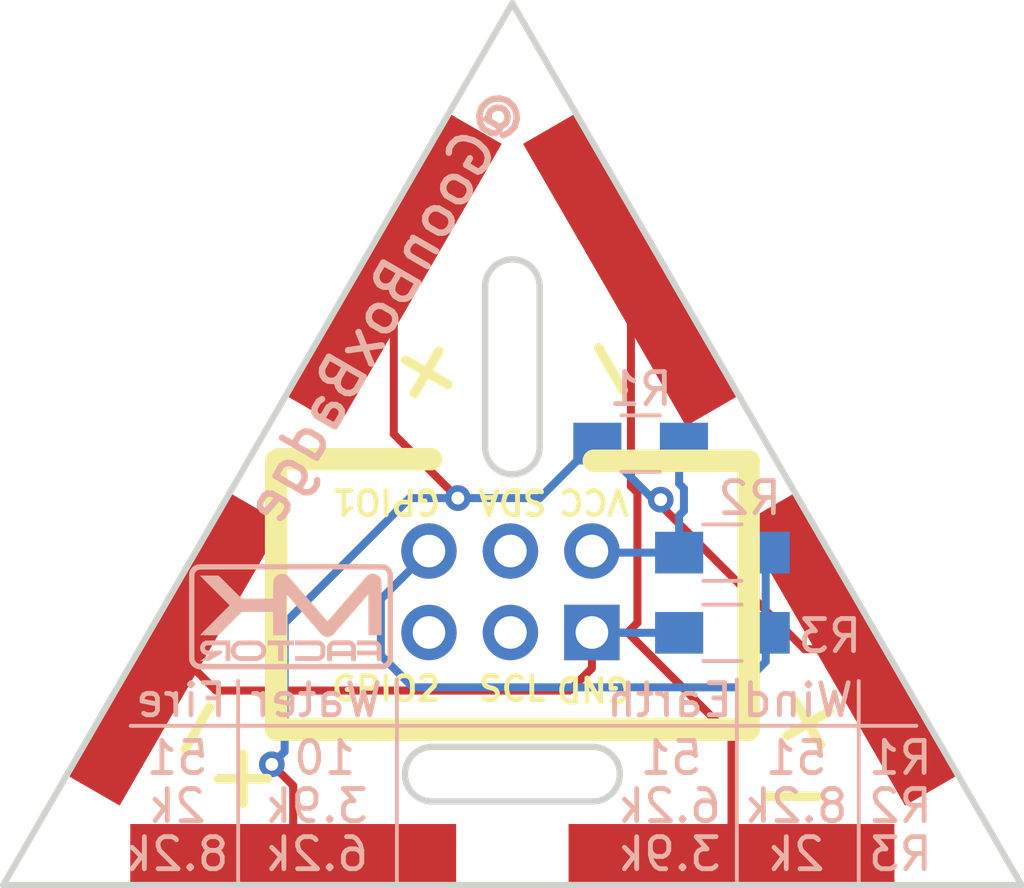
<source format=kicad_pcb>
(kicad_pcb (version 20171130) (host pcbnew "(5.1.2)-1")

  (general
    (thickness 1.6)
    (drawings 24)
    (tracks 50)
    (zones 0)
    (modules 9)
    (nets 8)
  )

  (page A4)
  (layers
    (0 F.Cu signal)
    (31 B.Cu signal)
    (32 B.Adhes user)
    (33 F.Adhes user)
    (34 B.Paste user hide)
    (35 F.Paste user hide)
    (36 B.SilkS user)
    (37 F.SilkS user)
    (38 B.Mask user hide)
    (39 F.Mask user hide)
    (40 Dwgs.User user)
    (41 Cmts.User user)
    (42 Eco1.User user)
    (43 Eco2.User user)
    (44 Edge.Cuts user)
    (45 Margin user)
    (46 B.CrtYd user)
    (47 F.CrtYd user)
    (48 B.Fab user)
    (49 F.Fab user)
  )

  (setup
    (last_trace_width 0.25)
    (trace_clearance 0.2)
    (zone_clearance 0.508)
    (zone_45_only no)
    (trace_min 0.2)
    (via_size 0.8)
    (via_drill 0.4)
    (via_min_size 0.4)
    (via_min_drill 0.3)
    (uvia_size 0.3)
    (uvia_drill 0.1)
    (uvias_allowed no)
    (uvia_min_size 0.2)
    (uvia_min_drill 0.1)
    (edge_width 0.05)
    (segment_width 0.2)
    (pcb_text_width 0.3)
    (pcb_text_size 1.5 1.5)
    (mod_edge_width 0.12)
    (mod_text_size 1 1)
    (mod_text_width 0.15)
    (pad_size 1.524 1.524)
    (pad_drill 0.762)
    (pad_to_mask_clearance 0.051)
    (solder_mask_min_width 0.25)
    (aux_axis_origin 0 0)
    (visible_elements 7FFFFFFF)
    (pcbplotparams
      (layerselection 0x010fc_ffffffff)
      (usegerberextensions true)
      (usegerberattributes false)
      (usegerberadvancedattributes false)
      (creategerberjobfile false)
      (excludeedgelayer true)
      (linewidth 0.100000)
      (plotframeref false)
      (viasonmask false)
      (mode 1)
      (useauxorigin false)
      (hpglpennumber 1)
      (hpglpenspeed 20)
      (hpglpendiameter 15.000000)
      (psnegative false)
      (psa4output false)
      (plotreference true)
      (plotvalue true)
      (plotinvisibletext false)
      (padsonsilk false)
      (subtractmaskfromsilk false)
      (outputformat 1)
      (mirror false)
      (drillshape 0)
      (scaleselection 1)
      (outputdirectory ""))
  )

  (net 0 "")
  (net 1 "Net-(BT1-Pad2)")
  (net 2 "Net-(BT1-Pad1)")
  (net 3 "Net-(X1-Pad4)")
  (net 4 "Net-(X1-Pad3)")
  (net 5 "Net-(X1-Pad6)")
  (net 6 "Net-(R1-Pad1)")
  (net 7 "Net-(R2-Pad2)")

  (net_class Default "This is the default net class."
    (clearance 0.2)
    (trace_width 0.25)
    (via_dia 0.8)
    (via_drill 0.4)
    (uvia_dia 0.3)
    (uvia_drill 0.1)
    (add_net "Net-(BT1-Pad1)")
    (add_net "Net-(BT1-Pad2)")
    (add_net "Net-(R1-Pad1)")
    (add_net "Net-(R2-Pad2)")
    (add_net "Net-(X1-Pad3)")
    (add_net "Net-(X1-Pad4)")
    (add_net "Net-(X1-Pad6)")
  )

  (module FifthElementB2BConnector:FifthElementSAOBottomOutline (layer F.Cu) (tedit 5CC3A9B0) (tstamp 5CC3ACD5)
    (at 0 0)
    (fp_text reference REF** (at 0 0.5) (layer F.SilkS) hide
      (effects (font (size 1 1) (thickness 0.15)))
    )
    (fp_text value FifthElementSAOBottomOutline (at 0 -0.5) (layer F.Fab)
      (effects (font (size 1 1) (thickness 0.15)))
    )
    (fp_arc (start -2.5 5.706436) (end -2.5 4.856436) (angle -180) (layer Edge.Cuts) (width 0.2))
    (fp_arc (start 2.5 5.706436) (end 2.5 6.556436) (angle -180) (layer Edge.Cuts) (width 0.2))
    (fp_arc (start 0 -4.493564) (end -0.85 -4.493564) (angle -180) (layer Edge.Cuts) (width 0.2))
    (fp_arc (start 0 -9.493564) (end 0.85 -9.493564) (angle -180) (layer Edge.Cuts) (width 0.2))
    (fp_line (start 2.5 6.556436) (end -2.5 6.556436) (layer Edge.Cuts) (width 0.2))
    (fp_line (start -2.5 4.856436) (end 2.5 4.856436) (layer Edge.Cuts) (width 0.2))
    (fp_line (start -0.85 -4.493564) (end -0.85 -9.493564) (layer Edge.Cuts) (width 0.2))
    (fp_line (start 0.85 -9.493564) (end 0.85 -4.493564) (layer Edge.Cuts) (width 0.2))
    (fp_line (start -15.875 9.165435) (end 0 -18.330871) (layer Edge.Cuts) (width 0.2))
    (fp_line (start 15.875 9.165435) (end -15.875 9.165435) (layer Edge.Cuts) (width 0.2))
    (fp_line (start 0 -18.330871) (end 15.875 9.165435) (layer Edge.Cuts) (width 0.2))
  )

  (module Resistors_SMD:R_0805_HandSoldering (layer B.Cu) (tedit 58E0A804) (tstamp 5CC3A5F5)
    (at 4 -4.6 180)
    (descr "Resistor SMD 0805, hand soldering")
    (tags "resistor 0805")
    (path /5CC481AC)
    (attr smd)
    (fp_text reference R1 (at 0 1.7 180) (layer B.SilkS)
      (effects (font (size 1 1) (thickness 0.15)) (justify mirror))
    )
    (fp_text value R_US (at 0 -1.75 180) (layer B.Fab)
      (effects (font (size 1 1) (thickness 0.15)) (justify mirror))
    )
    (fp_text user %R (at 0 0 180) (layer B.Fab)
      (effects (font (size 0.5 0.5) (thickness 0.075)) (justify mirror))
    )
    (fp_line (start -1 -0.62) (end -1 0.62) (layer B.Fab) (width 0.1))
    (fp_line (start 1 -0.62) (end -1 -0.62) (layer B.Fab) (width 0.1))
    (fp_line (start 1 0.62) (end 1 -0.62) (layer B.Fab) (width 0.1))
    (fp_line (start -1 0.62) (end 1 0.62) (layer B.Fab) (width 0.1))
    (fp_line (start 0.6 -0.88) (end -0.6 -0.88) (layer B.SilkS) (width 0.12))
    (fp_line (start -0.6 0.88) (end 0.6 0.88) (layer B.SilkS) (width 0.12))
    (fp_line (start -2.35 0.9) (end 2.35 0.9) (layer B.CrtYd) (width 0.05))
    (fp_line (start -2.35 0.9) (end -2.35 -0.9) (layer B.CrtYd) (width 0.05))
    (fp_line (start 2.35 -0.9) (end 2.35 0.9) (layer B.CrtYd) (width 0.05))
    (fp_line (start 2.35 -0.9) (end -2.35 -0.9) (layer B.CrtYd) (width 0.05))
    (pad 1 smd rect (at -1.35 0 180) (size 1.5 1.3) (layers B.Cu B.Paste B.Mask)
      (net 6 "Net-(R1-Pad1)"))
    (pad 2 smd rect (at 1.35 0 180) (size 1.5 1.3) (layers B.Cu B.Paste B.Mask)
      (net 2 "Net-(BT1-Pad1)"))
    (model ${KISYS3DMOD}/Resistors_SMD.3dshapes/R_0805.wrl
      (at (xyz 0 0 0))
      (scale (xyz 1 1 1))
      (rotate (xyz 0 0 0))
    )
  )

  (module libraries:MKFactorTiny (layer B.Cu) (tedit 0) (tstamp 5CFF2BB7)
    (at -6.9 0.8 180)
    (fp_text reference G*** (at 0 0 180) (layer B.SilkS) hide
      (effects (font (size 1.524 1.524) (thickness 0.3)) (justify mirror))
    )
    (fp_text value LOGO (at 0.75 0 180) (layer B.SilkS) hide
      (effects (font (size 1.524 1.524) (thickness 0.3)) (justify mirror))
    )
    (fp_poly (pts (xy -2.508847 1.333816) (xy -2.482755 1.329957) (xy -2.472069 1.327493) (xy -2.449618 1.319711)
      (xy -2.425073 1.308306) (xy -2.401327 1.294801) (xy -2.381276 1.280719) (xy -2.378016 1.278012)
      (xy -2.374096 1.27395) (xy -2.365627 1.264631) (xy -2.352815 1.25029) (xy -2.335866 1.231164)
      (xy -2.314986 1.207489) (xy -2.290382 1.1795) (xy -2.262259 1.147433) (xy -2.230824 1.111526)
      (xy -2.196282 1.072012) (xy -2.15884 1.02913) (xy -2.118704 0.983113) (xy -2.076079 0.934199)
      (xy -2.031173 0.882624) (xy -1.984191 0.828623) (xy -1.935338 0.772432) (xy -1.884822 0.714288)
      (xy -1.832848 0.654426) (xy -1.779623 0.593082) (xy -1.747909 0.556512) (xy -1.684025 0.482836)
      (xy -1.624725 0.414457) (xy -1.569838 0.351182) (xy -1.519192 0.292816) (xy -1.472614 0.239164)
      (xy -1.429934 0.190031) (xy -1.390978 0.145224) (xy -1.355577 0.104548) (xy -1.323556 0.067808)
      (xy -1.294745 0.03481) (xy -1.268973 0.005359) (xy -1.246066 -0.020738) (xy -1.225853 -0.043677)
      (xy -1.208162 -0.063653) (xy -1.192822 -0.080859) (xy -1.17966 -0.095489) (xy -1.168505 -0.10774)
      (xy -1.159185 -0.117804) (xy -1.151528 -0.125877) (xy -1.145362 -0.132153) (xy -1.140515 -0.136826)
      (xy -1.136816 -0.140091) (xy -1.134092 -0.142143) (xy -1.132172 -0.143175) (xy -1.130885 -0.143383)
      (xy -1.130057 -0.14296) (xy -1.129947 -0.142837) (xy -1.123629 -0.135274) (xy -1.112938 -0.122703)
      (xy -1.098121 -0.105408) (xy -1.079424 -0.083671) (xy -1.057095 -0.057778) (xy -1.031378 -0.02801)
      (xy -1.002523 0.005348) (xy -0.970774 0.042014) (xy -0.936379 0.081703) (xy -0.899585 0.124133)
      (xy -0.860637 0.16902) (xy -0.819784 0.216081) (xy -0.777271 0.265031) (xy -0.733345 0.315589)
      (xy -0.688253 0.367469) (xy -0.642241 0.42039) (xy -0.595557 0.474067) (xy -0.548446 0.528218)
      (xy -0.501156 0.582558) (xy -0.453933 0.636804) (xy -0.407024 0.690674) (xy -0.360676 0.743882)
      (xy -0.315135 0.796147) (xy -0.270648 0.847185) (xy -0.227461 0.896712) (xy -0.185822 0.944445)
      (xy -0.145977 0.9901) (xy -0.108172 1.033394) (xy -0.072655 1.074044) (xy -0.039671 1.111766)
      (xy -0.009469 1.146277) (xy 0.017706 1.177293) (xy 0.041607 1.204531) (xy 0.061988 1.227708)
      (xy 0.078601 1.24654) (xy 0.0912 1.260743) (xy 0.099538 1.270035) (xy 0.103369 1.274132)
      (xy 0.103413 1.274174) (xy 0.132365 1.297105) (xy 0.163296 1.31429) (xy 0.197177 1.326075)
      (xy 0.234977 1.332804) (xy 0.27427 1.334825) (xy 0.303094 1.334231) (xy 0.327162 1.331934)
      (xy 0.348894 1.327385) (xy 0.370709 1.320034) (xy 0.395023 1.309332) (xy 0.402608 1.305661)
      (xy 0.420812 1.296074) (xy 0.43587 1.286337) (xy 0.450352 1.274587) (xy 0.466433 1.259347)
      (xy 0.49072 1.232483) (xy 0.511188 1.204183) (xy 0.526688 1.176137) (xy 0.532311 1.162471)
      (xy 0.535269 1.153982) (xy 0.537852 1.145781) (xy 0.54009 1.137321) (xy 0.542012 1.128057)
      (xy 0.54365 1.117439) (xy 0.545033 1.104923) (xy 0.546193 1.089961) (xy 0.54716 1.072005)
      (xy 0.547965 1.050509) (xy 0.548637 1.024926) (xy 0.549208 0.99471) (xy 0.549707 0.959312)
      (xy 0.550166 0.918187) (xy 0.550615 0.870787) (xy 0.550992 0.827353) (xy 0.553272 0.559439)
      (xy 1.536137 0.559439) (xy 2.262343 1.282351) (xy 2.546117 1.282351) (xy 2.590813 1.282317)
      (xy 2.633345 1.282219) (xy 2.673161 1.282062) (xy 2.709712 1.281851) (xy 2.742447 1.281591)
      (xy 2.770816 1.281288) (xy 2.79427 1.280947) (xy 2.812256 1.280573) (xy 2.824226 1.280172)
      (xy 2.829629 1.279749) (xy 2.829891 1.279632) (xy 2.827363 1.27682) (xy 2.819952 1.269132)
      (xy 2.807914 1.256827) (xy 2.791507 1.240164) (xy 2.770988 1.219401) (xy 2.746613 1.194798)
      (xy 2.718641 1.166612) (xy 2.687327 1.135102) (xy 2.65293 1.100528) (xy 2.615705 1.063147)
      (xy 2.575912 1.023218) (xy 2.533805 0.981001) (xy 2.489644 0.936752) (xy 2.443684 0.890732)
      (xy 2.396182 0.843199) (xy 2.369449 0.81646) (xy 1.909006 0.356007) (xy 2.369449 -0.104446)
      (xy 2.417689 -0.152702) (xy 2.46453 -0.199588) (xy 2.509714 -0.244844) (xy 2.552984 -0.288213)
      (xy 2.594084 -0.329434) (xy 2.632755 -0.368251) (xy 2.668742 -0.404404) (xy 2.701786 -0.437634)
      (xy 2.731631 -0.467682) (xy 2.75802 -0.494292) (xy 2.780695 -0.517202) (xy 2.7994 -0.536156)
      (xy 2.813876 -0.550893) (xy 2.823868 -0.561157) (xy 2.829118 -0.566687) (xy 2.829891 -0.567618)
      (xy 2.82635 -0.568047) (xy 2.816095 -0.568456) (xy 2.799678 -0.568838) (xy 2.777651 -0.569189)
      (xy 2.750564 -0.569503) (xy 2.718969 -0.569775) (xy 2.683419 -0.569999) (xy 2.644464 -0.570171)
      (xy 2.602656 -0.570285) (xy 2.558546 -0.570335) (xy 2.54744 -0.570337) (xy 2.264989 -0.570337)
      (xy 1.538471 0.156207) (xy 0.552173 0.156207) (xy 0.552173 -0.570337) (xy 0.145329 -0.570337)
      (xy 0.14441 0.070688) (xy 0.143492 0.711713) (xy -0.392335 0.093645) (xy -0.442739 0.035515)
      (xy -0.492021 -0.021302) (xy -0.539959 -0.076549) (xy -0.58633 -0.129973) (xy -0.630913 -0.181316)
      (xy -0.673485 -0.230325) (xy -0.713826 -0.276744) (xy -0.751712 -0.320318) (xy -0.786921 -0.360792)
      (xy -0.819232 -0.397911) (xy -0.848423 -0.431419) (xy -0.874272 -0.461062) (xy -0.896556 -0.486584)
      (xy -0.915054 -0.507729) (xy -0.929543 -0.524244) (xy -0.939803 -0.535873) (xy -0.94561 -0.54236)
      (xy -0.94659 -0.54341) (xy -0.977655 -0.570323) (xy -1.013091 -0.592008) (xy -1.05187 -0.608101)
      (xy -1.092963 -0.618236) (xy -1.13534 -0.622045) (xy -1.164288 -0.620844) (xy -1.18016 -0.618904)
      (xy -1.195797 -0.616322) (xy -1.206065 -0.614083) (xy -1.225615 -0.60738) (xy -1.248093 -0.597257)
      (xy -1.270933 -0.585049) (xy -1.291567 -0.572088) (xy -1.302332 -0.564094) (xy -1.307164 -0.559354)
      (xy -1.316607 -0.549258) (xy -1.330531 -0.533951) (xy -1.348806 -0.513584) (xy -1.371302 -0.488303)
      (xy -1.39789 -0.458257) (xy -1.428438 -0.423593) (xy -1.462818 -0.384461) (xy -1.5009 -0.341007)
      (xy -1.542554 -0.293381) (xy -1.587649 -0.24173) (xy -1.636055 -0.186202) (xy -1.687644 -0.126945)
      (xy -1.742285 -0.064108) (xy -1.799848 0.002161) (xy -1.860203 0.071716) (xy -1.869037 0.081901)
      (xy -2.413945 0.710245) (xy -2.415781 -0.570337) (xy -2.818994 -0.570337) (xy -2.818994 0.268241)
      (xy -2.818992 0.36032) (xy -2.818988 0.44542) (xy -2.818976 0.523824) (xy -2.818957 0.595819)
      (xy -2.818926 0.66169) (xy -2.818883 0.721721) (xy -2.818823 0.776199) (xy -2.818747 0.825408)
      (xy -2.818649 0.869634) (xy -2.81853 0.909162) (xy -2.818386 0.944277) (xy -2.818214 0.975265)
      (xy -2.818013 1.002411) (xy -2.817781 1.026) (xy -2.817514 1.046317) (xy -2.817211 1.063648)
      (xy -2.816869 1.078278) (xy -2.816486 1.090492) (xy -2.81606 1.100575) (xy -2.815588 1.108813)
      (xy -2.815067 1.115492) (xy -2.814497 1.120895) (xy -2.813873 1.12531) (xy -2.813195 1.12902)
      (xy -2.812459 1.132311) (xy -2.811927 1.134447) (xy -2.799569 1.17177) (xy -2.782191 1.205558)
      (xy -2.759018 1.237078) (xy -2.732506 1.264614) (xy -2.699851 1.291146) (xy -2.665228 1.311202)
      (xy -2.627427 1.325366) (xy -2.590047 1.333506) (xy -2.565566 1.335748) (xy -2.537475 1.335799)
      (xy -2.508847 1.333816)) (layer B.SilkS) (width 0.01))
    (fp_poly (pts (xy 2.264094 -0.741138) (xy 2.325839 -0.74115) (xy 2.380768 -0.741176) (xy 2.429328 -0.741239)
      (xy 2.471969 -0.74136) (xy 2.509139 -0.741561) (xy 2.541286 -0.741863) (xy 2.56886 -0.742289)
      (xy 2.592308 -0.74286) (xy 2.61208 -0.743598) (xy 2.628625 -0.744525) (xy 2.64239 -0.745662)
      (xy 2.653824 -0.747031) (xy 2.663376 -0.748653) (xy 2.671495 -0.750551) (xy 2.67863 -0.752747)
      (xy 2.685228 -0.755261) (xy 2.691739 -0.758116) (xy 2.69861 -0.761333) (xy 2.700611 -0.762279)
      (xy 2.735207 -0.782532) (xy 2.765489 -0.808299) (xy 2.790847 -0.838843) (xy 2.810673 -0.873428)
      (xy 2.824356 -0.911316) (xy 2.824564 -0.912104) (xy 2.829047 -0.937468) (xy 2.830665 -0.966196)
      (xy 2.829465 -0.995391) (xy 2.825497 -1.022156) (xy 2.822555 -1.03351) (xy 2.807149 -1.072237)
      (xy 2.786291 -1.106165) (xy 2.760001 -1.135273) (xy 2.728296 -1.159543) (xy 2.691195 -1.178958)
      (xy 2.670051 -1.187035) (xy 2.657759 -1.189795) (xy 2.638659 -1.192099) (xy 2.613197 -1.193903)
      (xy 2.593366 -1.194789) (xy 2.533028 -1.196982) (xy 2.674039 -1.280021) (xy 2.703372 -1.297319)
      (xy 2.730927 -1.313614) (xy 2.75604 -1.32851) (xy 2.778045 -1.341612) (xy 2.796279 -1.352522)
      (xy 2.810077 -1.360845) (xy 2.818776 -1.366185) (xy 2.821562 -1.367999) (xy 2.822378 -1.369289)
      (xy 2.820685 -1.370342) (xy 2.815882 -1.371181) (xy 2.807363 -1.371831) (xy 2.794525 -1.372314)
      (xy 2.776763 -1.372654) (xy 2.753474 -1.372876) (xy 2.724054 -1.373002) (xy 2.69269 -1.373054)
      (xy 2.557306 -1.373169) (xy 2.365745 -1.260087) (xy 2.331336 -1.239745) (xy 2.29853 -1.220295)
      (xy 2.267908 -1.202085) (xy 2.240051 -1.185463) (xy 2.21554 -1.170776) (xy 2.194954 -1.158372)
      (xy 2.178873 -1.148599) (xy 2.16788 -1.141805) (xy 2.162553 -1.138338) (xy 2.162495 -1.138295)
      (xy 2.151021 -1.125657) (xy 2.145348 -1.110262) (xy 2.145533 -1.093809) (xy 2.151636 -1.077992)
      (xy 2.160047 -1.067647) (xy 2.169312 -1.058939) (xy 2.396977 -1.057122) (xy 2.443393 -1.056743)
      (xy 2.483108 -1.05639) (xy 2.516685 -1.056041) (xy 2.544688 -1.055676) (xy 2.567681 -1.055273)
      (xy 2.586229 -1.054813) (xy 2.600894 -1.054274) (xy 2.612241 -1.053635) (xy 2.620834 -1.052876)
      (xy 2.627236 -1.051975) (xy 2.632012 -1.050912) (xy 2.635724 -1.049666) (xy 2.638938 -1.048217)
      (xy 2.639017 -1.048178) (xy 2.660118 -1.03423) (xy 2.67566 -1.01679) (xy 2.685654 -0.996932)
      (xy 2.690113 -0.975731) (xy 2.689047 -0.954263) (xy 2.682467 -0.933602) (xy 2.670385 -0.914824)
      (xy 2.652812 -0.899002) (xy 2.637356 -0.890311) (xy 2.634235 -0.888969) (xy 2.630868 -0.8878)
      (xy 2.62676 -0.886792) (xy 2.621416 -0.885932) (xy 2.61434 -0.885208) (xy 2.605039 -0.884609)
      (xy 2.593016 -0.884123) (xy 2.577777 -0.883736) (xy 2.558826 -0.883439) (xy 2.535669 -0.883217)
      (xy 2.507811 -0.88306) (xy 2.474756 -0.882955) (xy 2.436009 -0.882891) (xy 2.391076 -0.882854)
      (xy 2.33946 -0.882834) (xy 2.329483 -0.882831) (xy 2.037957 -0.882752) (xy 2.037957 -1.373169)
      (xy 1.899914 -1.373169) (xy 1.899914 -0.741075) (xy 2.264094 -0.741138)) (layer B.SilkS) (width 0.01))
    (fp_poly (pts (xy 1.278561 -0.741706) (xy 1.333229 -0.741893) (xy 1.351372 -0.741982) (xy 1.40074 -0.742246)
      (xy 1.443404 -0.742496) (xy 1.479926 -0.742749) (xy 1.510867 -0.743023) (xy 1.536788 -0.743338)
      (xy 1.558252 -0.743712) (xy 1.57582 -0.744164) (xy 1.590053 -0.744711) (xy 1.601514 -0.745372)
      (xy 1.610762 -0.746167) (xy 1.618361 -0.747112) (xy 1.624872 -0.748228) (xy 1.630855 -0.749531)
      (xy 1.636873 -0.751042) (xy 1.638358 -0.75143) (xy 1.683425 -0.766822) (xy 1.724934 -0.788137)
      (xy 1.762413 -0.814831) (xy 1.795387 -0.846365) (xy 1.823384 -0.882195) (xy 1.845931 -0.921781)
      (xy 1.862555 -0.96458) (xy 1.872784 -1.010051) (xy 1.874278 -1.021703) (xy 1.876019 -1.069397)
      (xy 1.870936 -1.115552) (xy 1.859401 -1.159632) (xy 1.841786 -1.201101) (xy 1.818462 -1.239423)
      (xy 1.789801 -1.274064) (xy 1.756176 -1.304486) (xy 1.717957 -1.330155) (xy 1.675517 -1.350534)
      (xy 1.637362 -1.363046) (xy 1.631549 -1.364538) (xy 1.625841 -1.365831) (xy 1.619691 -1.36694)
      (xy 1.612553 -1.367883) (xy 1.603882 -1.368674) (xy 1.593133 -1.36933) (xy 1.579759 -1.369867)
      (xy 1.563214 -1.3703) (xy 1.542954 -1.370645) (xy 1.518432 -1.370919) (xy 1.489102 -1.371136)
      (xy 1.45442 -1.371314) (xy 1.413839 -1.371468) (xy 1.366813 -1.371613) (xy 1.340474 -1.371688)
      (xy 1.296408 -1.371769) (xy 1.253969 -1.371763) (xy 1.213794 -1.371676) (xy 1.176518 -1.371514)
      (xy 1.142779 -1.37128) (xy 1.113211 -1.370981) (xy 1.088452 -1.370621) (xy 1.069137 -1.370206)
      (xy 1.055902 -1.369742) (xy 1.049856 -1.369304) (xy 1.007981 -1.36033) (xy 0.966532 -1.344955)
      (xy 0.927118 -1.323948) (xy 0.891345 -1.298079) (xy 0.880121 -1.288147) (xy 0.848436 -1.254609)
      (xy 0.822944 -1.218584) (xy 0.802861 -1.178801) (xy 0.789657 -1.141752) (xy 0.785479 -1.126784)
      (xy 0.782662 -1.11332) (xy 0.78093 -1.099148) (xy 0.780011 -1.082059) (xy 0.779638 -1.060755)
      (xy 0.779694 -1.057122) (xy 0.919165 -1.057122) (xy 0.922658 -1.091013) (xy 0.932709 -1.123119)
      (xy 0.94867 -1.152608) (xy 0.969898 -1.178652) (xy 0.995746 -1.200418) (xy 1.025568 -1.217078)
      (xy 1.050265 -1.225751) (xy 1.05836 -1.226923) (xy 1.072977 -1.227969) (xy 1.09337 -1.22889)
      (xy 1.118798 -1.229685) (xy 1.148515 -1.230355) (xy 1.18178 -1.230899) (xy 1.217847 -1.231318)
      (xy 1.255973 -1.231609) (xy 1.295416 -1.231775) (xy 1.335431 -1.231814) (xy 1.375275 -1.231726)
      (xy 1.414204 -1.231511) (xy 1.451474 -1.231169) (xy 1.486343 -1.2307) (xy 1.518066 -1.230103)
      (xy 1.545901 -1.229379) (xy 1.569102 -1.228526) (xy 1.586928 -1.227546) (xy 1.598634 -1.226437)
      (xy 1.601716 -1.225894) (xy 1.633652 -1.214758) (xy 1.662496 -1.197555) (xy 1.687516 -1.175089)
      (xy 1.707984 -1.148165) (xy 1.723167 -1.117586) (xy 1.732337 -1.084157) (xy 1.732748 -1.081643)
      (xy 1.734418 -1.048441) (xy 1.729423 -1.015986) (xy 1.718366 -0.985165) (xy 1.701846 -0.956864)
      (xy 1.680465 -0.931969) (xy 1.654823 -0.911365) (xy 1.62552 -0.895939) (xy 1.601716 -0.888351)
      (xy 1.592882 -0.887153) (xy 1.577587 -0.886083) (xy 1.556579 -0.885142) (xy 1.530607 -0.88433)
      (xy 1.500419 -0.883647) (xy 1.466764 -0.883092) (xy 1.43039 -0.882668) (xy 1.392047 -0.882373)
      (xy 1.352483 -0.882207) (xy 1.312447 -0.882173) (xy 1.272686 -0.882268) (xy 1.233951 -0.882494)
      (xy 1.196989 -0.882851) (xy 1.16255 -0.88334) (xy 1.131381 -0.883959) (xy 1.104232 -0.884711)
      (xy 1.081852 -0.885594) (xy 1.064988 -0.88661) (xy 1.054389 -0.887758) (xy 1.052375 -0.88817)
      (xy 1.019439 -0.90026) (xy 0.990124 -0.918016) (xy 0.965042 -0.940661) (xy 0.944808 -0.967416)
      (xy 0.930035 -0.997502) (xy 0.921337 -1.030141) (xy 0.919165 -1.057122) (xy 0.779694 -1.057122)
      (xy 0.780112 -1.030131) (xy 0.782451 -1.004067) (xy 0.787188 -0.980236) (xy 0.794854 -0.956311)
      (xy 0.805982 -0.929966) (xy 0.812871 -0.915446) (xy 0.821609 -0.897941) (xy 0.82915 -0.884412)
      (xy 0.836873 -0.872967) (xy 0.846157 -0.861714) (xy 0.858379 -0.848759) (xy 0.869785 -0.837303)
      (xy 0.90492 -0.806057) (xy 0.940996 -0.781588) (xy 0.979014 -0.763407) (xy 1.019977 -0.751025)
      (xy 1.060207 -0.744434) (xy 1.071841 -0.743628) (xy 1.090459 -0.742958) (xy 1.115784 -0.742424)
      (xy 1.147535 -0.74203) (xy 1.185435 -0.741777) (xy 1.229203 -0.741668) (xy 1.278561 -0.741706)) (layer B.SilkS) (width 0.01))
    (fp_poly (pts (xy 0.726544 -0.882752) (xy 0.395966 -0.882752) (xy 0.395966 -1.373169) (xy 0.243392 -1.373169)
      (xy 0.243392 -0.882752) (xy -0.087186 -0.882752) (xy -0.087186 -0.741075) (xy 0.726544 -0.741075)
      (xy 0.726544 -0.882752)) (layer B.SilkS) (width 0.01))
    (fp_poly (pts (xy -0.130779 -0.882616) (xy -0.863345 -0.884568) (xy -0.881126 -0.895562) (xy -0.898316 -0.90962)
      (xy -0.909902 -0.924339) (xy -0.920896 -0.942122) (xy -0.920896 -1.172123) (xy -0.909902 -1.189906)
      (xy -0.895844 -1.207097) (xy -0.881126 -1.218682) (xy -0.863345 -1.229677) (xy -0.497062 -1.230653)
      (xy -0.130779 -1.231628) (xy -0.130779 -1.373169) (xy -0.493143 -1.372742) (xy -0.54423 -1.372652)
      (xy -0.593528 -1.372508) (xy -0.640517 -1.372315) (xy -0.684677 -1.372077) (xy -0.72549 -1.371799)
      (xy -0.762435 -1.371485) (xy -0.794994 -1.371141) (xy -0.822646 -1.370771) (xy -0.844872 -1.370379)
      (xy -0.861152 -1.369971) (xy -0.870967 -1.36955) (xy -0.873398 -1.369319) (xy -0.912993 -1.359185)
      (xy -0.949143 -1.342802) (xy -0.981451 -1.320519) (xy -1.009522 -1.292681) (xy -1.032959 -1.259635)
      (xy -1.051366 -1.221729) (xy -1.055767 -1.209697) (xy -1.057563 -1.203878) (xy -1.059014 -1.197508)
      (xy -1.060158 -1.189781) (xy -1.06103 -1.179892) (xy -1.061666 -1.167037) (xy -1.062102 -1.15041)
      (xy -1.062374 -1.129207) (xy -1.062518 -1.102623) (xy -1.062569 -1.069853) (xy -1.062572 -1.057122)
      (xy -1.062544 -1.022059) (xy -1.062436 -0.993456) (xy -1.062212 -0.970509) (xy -1.061835 -0.952412)
      (xy -1.061272 -0.938362) (xy -1.060484 -0.927552) (xy -1.059437 -0.919178) (xy -1.058094 -0.912436)
      (xy -1.05642 -0.90652) (xy -1.055767 -0.904548) (xy -1.039278 -0.866064) (xy -1.017713 -0.831791)
      (xy -0.991638 -0.802261) (xy -0.961616 -0.778005) (xy -0.928214 -0.759554) (xy -0.891996 -0.747441)
      (xy -0.887732 -0.74649) (xy -0.882593 -0.745604) (xy -0.875749 -0.744819) (xy -0.866777 -0.744128)
      (xy -0.855255 -0.743527) (xy -0.84076 -0.743009) (xy -0.82287 -0.742569) (xy -0.801161 -0.7422)
      (xy -0.775211 -0.741897) (xy -0.744598 -0.741654) (xy -0.708898 -0.741466) (xy -0.66769 -0.741326)
      (xy -0.620549 -0.741229) (xy -0.567055 -0.741169) (xy -0.506783 -0.741141) (xy -0.496775 -0.741138)
      (xy -0.130779 -0.741075) (xy -0.130779 -0.882616)) (layer B.SilkS) (width 0.01))
    (fp_poly (pts (xy -1.483125 -0.739279) (xy -1.444958 -0.739369) (xy -1.412354 -0.739569) (xy -1.384745 -0.739923)
      (xy -1.361564 -0.740475) (xy -1.342244 -0.741267) (xy -1.326218 -0.742342) (xy -1.312917 -0.743744)
      (xy -1.301774 -0.745517) (xy -1.292222 -0.747702) (xy -1.283694 -0.750343) (xy -1.275621 -0.753485)
      (xy -1.267437 -0.757169) (xy -1.258574 -0.761438) (xy -1.25329 -0.764011) (xy -1.21988 -0.78405)
      (xy -1.191406 -0.80939) (xy -1.167777 -0.840121) (xy -1.15402 -0.864996) (xy -1.146508 -0.881757)
      (xy -1.139896 -0.898503) (xy -1.135151 -0.912695) (xy -1.133716 -0.918349) (xy -1.132762 -0.92693)
      (xy -1.131936 -0.942641) (xy -1.13124 -0.965349) (xy -1.130677 -0.994921) (xy -1.130248 -1.031222)
      (xy -1.129955 -1.074118) (xy -1.129802 -1.123477) (xy -1.129777 -1.155385) (xy -1.129777 -1.373169)
      (xy -1.267821 -1.373169) (xy -1.267821 -1.220595) (xy -1.878118 -1.220595) (xy -1.878118 -1.373169)
      (xy -2.020104 -1.373169) (xy -2.018721 -1.078919) (xy -1.878118 -1.078919) (xy -1.267011 -1.078919)
      (xy -1.268491 -1.014438) (xy -1.269148 -0.990278) (xy -1.269946 -0.972107) (xy -1.271027 -0.958646)
      (xy -1.272532 -0.948617) (xy -1.274604 -0.940743) (xy -1.277382 -0.933746) (xy -1.277444 -0.93361)
      (xy -1.291161 -0.91192) (xy -1.31051 -0.894725) (xy -1.320448 -0.888744) (xy -1.323471 -0.887183)
      (xy -1.326644 -0.885846) (xy -1.33052 -0.884714) (xy -1.33565 -0.883771) (xy -1.342589 -0.883)
      (xy -1.351888 -0.882383) (xy -1.364101 -0.881903) (xy -1.379779 -0.881543) (xy -1.399476 -0.881286)
      (xy -1.423745 -0.881113) (xy -1.453138 -0.88101) (xy -1.488207 -0.880957) (xy -1.529506 -0.880938)
      (xy -1.571153 -0.880935) (xy -1.620098 -0.880934) (xy -1.662328 -0.88096) (xy -1.698393 -0.881059)
      (xy -1.728844 -0.881277) (xy -1.754231 -0.88166) (xy -1.775104 -0.882253) (xy -1.792014 -0.883102)
      (xy -1.805511 -0.884252) (xy -1.816146 -0.885749) (xy -1.824468 -0.887639) (xy -1.831028 -0.889968)
      (xy -1.836377 -0.892781) (xy -1.841065 -0.896123) (xy -1.845641 -0.900041) (xy -1.850099 -0.904078)
      (xy -1.859183 -0.912844) (xy -1.866063 -0.921379) (xy -1.871042 -0.930858) (xy -1.874423 -0.942458)
      (xy -1.876508 -0.957356) (xy -1.877601 -0.976728) (xy -1.878004 -1.00175) (xy -1.878039 -1.012621)
      (xy -1.878118 -1.078919) (xy -2.018721 -1.078919) (xy -2.017978 -0.920895) (xy -2.008245 -0.894251)
      (xy -1.990515 -0.855421) (xy -1.967601 -0.821573) (xy -1.939711 -0.792914) (xy -1.907052 -0.769649)
      (xy -1.869833 -0.751986) (xy -1.862056 -0.74921) (xy -1.832709 -0.739259) (xy -1.578419 -0.739259)
      (xy -1.527423 -0.739257) (xy -1.483125 -0.739279)) (layer B.SilkS) (width 0.01))
    (fp_poly (pts (xy -2.063387 -0.882752) (xy -2.33675 -0.882787) (xy -2.610112 -0.882823) (xy -2.628276 -0.891409)
      (xy -2.644582 -0.900337) (xy -2.657117 -0.910473) (xy -2.666375 -0.922884) (xy -2.67285 -0.938635)
      (xy -2.677034 -0.958791) (xy -2.679421 -0.984418) (xy -2.680216 -1.00354) (xy -2.681742 -1.057122)
      (xy -2.063387 -1.057122) (xy -2.063387 -1.195166) (xy -2.68095 -1.195166) (xy -2.68095 -1.373169)
      (xy -2.818994 -1.373169) (xy -2.818994 -1.154153) (xy -2.81899 -1.106627) (xy -2.818943 -1.065746)
      (xy -2.818803 -1.030889) (xy -2.818516 -1.001438) (xy -2.818031 -0.976771) (xy -2.817297 -0.956267)
      (xy -2.816261 -0.939308) (xy -2.814871 -0.925272) (xy -2.813076 -0.913539) (xy -2.810824 -0.903488)
      (xy -2.808063 -0.894501) (xy -2.804741 -0.885955) (xy -2.800806 -0.877232) (xy -2.796206 -0.86771)
      (xy -2.794813 -0.864859) (xy -2.779823 -0.840206) (xy -2.759698 -0.815796) (xy -2.736361 -0.793588)
      (xy -2.711737 -0.775536) (xy -2.70093 -0.769384) (xy -2.691968 -0.764712) (xy -2.684094 -0.760629)
      (xy -2.676779 -0.757093) (xy -2.669494 -0.754063) (xy -2.661708 -0.751497) (xy -2.652893 -0.749354)
      (xy -2.642518 -0.747593) (xy -2.630055 -0.746172) (xy -2.614974 -0.74505) (xy -2.596746 -0.744185)
      (xy -2.57484 -0.743537) (xy -2.548728 -0.743063) (xy -2.51788 -0.742723) (xy -2.481766 -0.742475)
      (xy -2.439858 -0.742278) (xy -2.391625 -0.74209) (xy -2.349464 -0.741924) (xy -2.063387 -0.740748)
      (xy -2.063387 -0.882752)) (layer B.SilkS) (width 0.01))
    (fp_poly (pts (xy 0.342082 1.634674) (xy 0.501694 1.634673) (xy 0.654491 1.63467) (xy 0.800625 1.634667)
      (xy 0.940245 1.634661) (xy 1.073503 1.634653) (xy 1.200548 1.634642) (xy 1.321532 1.634628)
      (xy 1.436605 1.634611) (xy 1.545916 1.63459) (xy 1.649617 1.634564) (xy 1.747859 1.634535)
      (xy 1.840791 1.6345) (xy 1.928563 1.63446) (xy 2.011328 1.634414) (xy 2.089234 1.634362)
      (xy 2.162432 1.634304) (xy 2.231074 1.634239) (xy 2.295308 1.634166) (xy 2.355287 1.634087)
      (xy 2.41116 1.633999) (xy 2.463077 1.633902) (xy 2.511189 1.633797) (xy 2.555647 1.633683)
      (xy 2.596601 1.63356) (xy 2.634202 1.633426) (xy 2.668599 1.633282) (xy 2.699944 1.633128)
      (xy 2.728387 1.632963) (xy 2.754079 1.632786) (xy 2.777169 1.632597) (xy 2.797808 1.632397)
      (xy 2.816147 1.632183) (xy 2.832336 1.631957) (xy 2.846526 1.631718) (xy 2.858867 1.631465)
      (xy 2.869509 1.631198) (xy 2.878604 1.630916) (xy 2.886301 1.63062) (xy 2.892751 1.630308)
      (xy 2.898104 1.629981) (xy 2.902512 1.629638) (xy 2.906123 1.629279) (xy 2.90909 1.628903)
      (xy 2.911561 1.62851) (xy 2.913689 1.6281) (xy 2.915622 1.627671) (xy 2.917076 1.627328)
      (xy 2.956415 1.614744) (xy 2.995747 1.59616) (xy 3.033399 1.572648) (xy 3.067698 1.54528)
      (xy 3.096969 1.515128) (xy 3.10208 1.508848) (xy 3.120752 1.482168) (xy 3.138118 1.45179)
      (xy 3.152965 1.420156) (xy 3.164082 1.389709) (xy 3.167602 1.376802) (xy 3.168244 1.374047)
      (xy 3.168848 1.371193) (xy 3.169414 1.368019) (xy 3.169943 1.3643) (xy 3.170438 1.359813)
      (xy 3.1709 1.354336) (xy 3.171328 1.347645) (xy 3.171726 1.339518) (xy 3.172093 1.32973)
      (xy 3.172431 1.318059) (xy 3.172741 1.304283) (xy 3.173025 1.288177) (xy 3.173283 1.269518)
      (xy 3.173517 1.248084) (xy 3.173728 1.223652) (xy 3.173917 1.195998) (xy 3.174086 1.164898)
      (xy 3.174235 1.130131) (xy 3.174366 1.091473) (xy 3.17448 1.048701) (xy 3.174578 1.001591)
      (xy 3.174661 0.949921) (xy 3.174731 0.893467) (xy 3.174788 0.832007) (xy 3.174835 0.765317)
      (xy 3.174871 0.693174) (xy 3.174899 0.615355) (xy 3.174919 0.531637) (xy 3.174933 0.441797)
      (xy 3.174941 0.345611) (xy 3.174946 0.242857) (xy 3.174948 0.133311) (xy 3.174949 0.01675)
      (xy 3.174949 0.001816) (xy 3.174948 -0.115633) (xy 3.174946 -0.226041) (xy 3.174942 -0.329629)
      (xy 3.174933 -0.426621) (xy 3.17492 -0.517241) (xy 3.1749 -0.60171) (xy 3.174873 -0.680253)
      (xy 3.174837 -0.753092) (xy 3.174792 -0.820451) (xy 3.174735 -0.882552) (xy 3.174667 -0.939619)
      (xy 3.174585 -0.991875) (xy 3.174488 -1.039543) (xy 3.174376 -1.082846) (xy 3.174247 -1.122008)
      (xy 3.174099 -1.157251) (xy 3.173933 -1.188798) (xy 3.173746 -1.216873) (xy 3.173537 -1.241699)
      (xy 3.173306 -1.263499) (xy 3.17305 -1.282495) (xy 3.17277 -1.298912) (xy 3.172463 -1.312972)
      (xy 3.172128 -1.324898) (xy 3.171765 -1.334914) (xy 3.171372 -1.343243) (xy 3.170948 -1.350107)
      (xy 3.170491 -1.35573) (xy 3.170001 -1.360336) (xy 3.169476 -1.364146) (xy 3.168916 -1.367384)
      (xy 3.168318 -1.370274) (xy 3.167682 -1.373038) (xy 3.167651 -1.373169) (xy 3.159264 -1.400499)
      (xy 3.146846 -1.430402) (xy 3.131628 -1.46044) (xy 3.11484 -1.488173) (xy 3.098597 -1.510116)
      (xy 3.066638 -1.542949) (xy 3.029395 -1.572121) (xy 2.988307 -1.596725) (xy 2.944814 -1.615852)
      (xy 2.917076 -1.624615) (xy 2.886198 -1.63288) (xy 0.010898 -1.633552) (xy -0.162522 -1.633592)
      (xy -0.328827 -1.63363) (xy -0.488169 -1.633666) (xy -0.640698 -1.633699) (xy -0.786564 -1.633729)
      (xy -0.92592 -1.633755) (xy -1.058916 -1.633778) (xy -1.185703 -1.633796) (xy -1.306431 -1.63381)
      (xy -1.421252 -1.633818) (xy -1.530317 -1.633822) (xy -1.633776 -1.63382) (xy -1.73178 -1.633812)
      (xy -1.82448 -1.633798) (xy -1.912028 -1.633778) (xy -1.994573 -1.63375) (xy -2.072267 -1.633716)
      (xy -2.145261 -1.633673) (xy -2.213706 -1.633623) (xy -2.277752 -1.633564) (xy -2.337551 -1.633497)
      (xy -2.393253 -1.633421) (xy -2.445009 -1.633336) (xy -2.492971 -1.633241) (xy -2.537288 -1.633136)
      (xy -2.578113 -1.63302) (xy -2.615595 -1.632894) (xy -2.649886 -1.632757) (xy -2.681136 -1.632609)
      (xy -2.709497 -1.632449) (xy -2.73512 -1.632277) (xy -2.758155 -1.632093) (xy -2.778753 -1.631896)
      (xy -2.797065 -1.631686) (xy -2.813242 -1.631462) (xy -2.827435 -1.631225) (xy -2.839794 -1.630974)
      (xy -2.850472 -1.630708) (xy -2.859617 -1.630427) (xy -2.867383 -1.630132) (xy -2.873918 -1.629821)
      (xy -2.879375 -1.629494) (xy -2.883904 -1.629152) (xy -2.887656 -1.628792) (xy -2.890782 -1.628416)
      (xy -2.893433 -1.628023) (xy -2.89576 -1.627613) (xy -2.897913 -1.627184) (xy -2.898868 -1.626985)
      (xy -2.947425 -1.61323) (xy -2.992539 -1.593246) (xy -3.033781 -1.567366) (xy -3.07072 -1.535925)
      (xy -3.102926 -1.499256) (xy -3.129969 -1.457693) (xy -3.138678 -1.440938) (xy -3.147304 -1.421656)
      (xy -3.155609 -1.400389) (xy -3.162354 -1.380432) (xy -3.164912 -1.371353) (xy -3.173184 -1.338658)
      (xy -3.173184 -0.003605) (xy -3.01567 -0.003605) (xy -3.015658 -0.089222) (xy -3.015624 -0.174504)
      (xy -3.015568 -0.259131) (xy -3.01549 -0.342789) (xy -3.015391 -0.425159) (xy -3.015269 -0.505925)
      (xy -3.015126 -0.584771) (xy -3.014961 -0.661379) (xy -3.014775 -0.735434) (xy -3.014566 -0.806617)
      (xy -3.014336 -0.874613) (xy -3.014084 -0.939104) (xy -3.01381 -0.999775) (xy -3.013514 -1.056307)
      (xy -3.013197 -1.108385) (xy -3.012857 -1.155691) (xy -3.012496 -1.197909) (xy -3.012113 -1.234722)
      (xy -3.011709 -1.265814) (xy -3.011282 -1.290867) (xy -3.010834 -1.309564) (xy -3.010364 -1.32159)
      (xy -3.009936 -1.326387) (xy -2.99927 -1.359868) (xy -2.982487 -1.390575) (xy -2.960412 -1.417673)
      (xy -2.933871 -1.440328) (xy -2.903689 -1.457705) (xy -2.870692 -1.46897) (xy -2.868359 -1.469495)
      (xy -2.863263 -1.469816) (xy -2.851115 -1.470128) (xy -2.832127 -1.470431) (xy -2.806513 -1.470724)
      (xy -2.774485 -1.471008) (xy -2.736257 -1.471283) (xy -2.692041 -1.471548) (xy -2.64205 -1.471804)
      (xy -2.586498 -1.47205) (xy -2.525598 -1.472287) (xy -2.459562 -1.472515) (xy -2.388603 -1.472733)
      (xy -2.312934 -1.472942) (xy -2.232769 -1.473141) (xy -2.148321 -1.473331) (xy -2.059801 -1.473511)
      (xy -1.967424 -1.473682) (xy -1.871402 -1.473844) (xy -1.771949 -1.473996) (xy -1.669276 -1.474139)
      (xy -1.563598 -1.474272) (xy -1.455127 -1.474395) (xy -1.344076 -1.474509) (xy -1.230659 -1.474614)
      (xy -1.115087 -1.474709) (xy -0.997575 -1.474795) (xy -0.878335 -1.474871) (xy -0.75758 -1.474938)
      (xy -0.635523 -1.474995) (xy -0.512377 -1.475043) (xy -0.388355 -1.475081) (xy -0.263671 -1.475109)
      (xy -0.138536 -1.475128) (xy -0.013164 -1.475138) (xy 0.112231 -1.475138) (xy 0.237438 -1.475128)
      (xy 0.362243 -1.475109) (xy 0.486433 -1.47508) (xy 0.609795 -1.475041) (xy 0.732116 -1.474993)
      (xy 0.853183 -1.474936) (xy 0.972783 -1.474869) (xy 1.090703 -1.474792) (xy 1.206731 -1.474705)
      (xy 1.320652 -1.474609) (xy 1.432255 -1.474504) (xy 1.541326 -1.474388) (xy 1.647653 -1.474264)
      (xy 1.751021 -1.474129) (xy 1.851219 -1.473985) (xy 1.948033 -1.473831) (xy 2.04125 -1.473667)
      (xy 2.130658 -1.473494) (xy 2.216043 -1.473311) (xy 2.297192 -1.473119) (xy 2.373893 -1.472916)
      (xy 2.445932 -1.472705) (xy 2.513096 -1.472483) (xy 2.575173 -1.472252) (xy 2.631949 -1.472011)
      (xy 2.683212 -1.47176) (xy 2.728748 -1.471499) (xy 2.768345 -1.471229) (xy 2.801789 -1.470949)
      (xy 2.828867 -1.470659) (xy 2.849367 -1.47036) (xy 2.863076 -1.470051) (xy 2.86978 -1.469732)
      (xy 2.870294 -1.46966) (xy 2.904129 -1.458895) (xy 2.934992 -1.441984) (xy 2.962104 -1.419709)
      (xy 2.98468 -1.392852) (xy 3.00194 -1.362195) (xy 3.013102 -1.328518) (xy 3.013567 -1.326387)
      (xy 3.014063 -1.320418) (xy 3.014535 -1.307499) (xy 3.014986 -1.28795) (xy 3.015414 -1.262085)
      (xy 3.01582 -1.230222) (xy 3.016204 -1.192677) (xy 3.016565 -1.149768) (xy 3.016904 -1.101812)
      (xy 3.01722 -1.049124) (xy 3.017515 -0.992023) (xy 3.017787 -0.930824) (xy 3.018037 -0.865844)
      (xy 3.018264 -0.797401) (xy 3.018469 -0.725811) (xy 3.018653 -0.651391) (xy 3.018814 -0.574458)
      (xy 3.018952 -0.495328) (xy 3.019069 -0.414319) (xy 3.019163 -0.331747) (xy 3.019236 -0.247928)
      (xy 3.019286 -0.163181) (xy 3.019314 -0.077821) (xy 3.01932 0.007834) (xy 3.019304 0.093468)
      (xy 3.019265 0.178764) (xy 3.019205 0.263405) (xy 3.019123 0.347074) (xy 3.019018 0.429455)
      (xy 3.018892 0.510231) (xy 3.018744 0.589084) (xy 3.018573 0.665698) (xy 3.018381 0.739757)
      (xy 3.018166 0.810943) (xy 3.01793 0.87894) (xy 3.017672 0.943431) (xy 3.017392 1.004099)
      (xy 3.01709 1.060627) (xy 3.016766 1.112698) (xy 3.01642 1.159996) (xy 3.016052 1.202203)
      (xy 3.015662 1.239004) (xy 3.015251 1.27008) (xy 3.014817 1.295117) (xy 3.014362 1.313795)
      (xy 3.013885 1.325799) (xy 3.013455 1.330557) (xy 3.002879 1.363492) (xy 2.986116 1.393879)
      (xy 2.964047 1.420836) (xy 2.937558 1.443476) (xy 2.907533 1.460918) (xy 2.874854 1.472276)
      (xy 2.870831 1.473181) (xy 2.86562 1.473518) (xy 2.853358 1.473845) (xy 2.834256 1.474162)
      (xy 2.808528 1.474469) (xy 2.776388 1.474767) (xy 2.738047 1.475054) (xy 2.69372 1.475331)
      (xy 2.64362 1.475599) (xy 2.58796 1.475857) (xy 2.526953 1.476104) (xy 2.460811 1.476342)
      (xy 2.389749 1.47657) (xy 2.313979 1.476788) (xy 2.233715 1.476996) (xy 2.14917 1.477194)
      (xy 2.060556 1.477382) (xy 1.968088 1.477561) (xy 1.871977 1.477729) (xy 1.772438 1.477887)
      (xy 1.669683 1.478035) (xy 1.563926 1.478174) (xy 1.45538 1.478302) (xy 1.344257 1.47842)
      (xy 1.230772 1.478529) (xy 1.115137 1.478627) (xy 0.997565 1.478715) (xy 0.878269 1.478794)
      (xy 0.757464 1.478862) (xy 0.635361 1.478921) (xy 0.512174 1.478969) (xy 0.388116 1.479008)
      (xy 0.2634 1.479036) (xy 0.13824 1.479054) (xy 0.012848 1.479063) (xy -0.112561 1.479061)
      (xy -0.237776 1.479049) (xy -0.362584 1.479027) (xy -0.486769 1.478996) (xy -0.610121 1.478954)
      (xy -0.732425 1.478902) (xy -0.853469 1.47884) (xy -0.973038 1.478768) (xy -1.090921 1.478686)
      (xy -1.206904 1.478594) (xy -1.320773 1.478491) (xy -1.432317 1.478379) (xy -1.54132 1.478257)
      (xy -1.647571 1.478124) (xy -1.750856 1.477982) (xy -1.850963 1.477829) (xy -1.947677 1.477666)
      (xy -2.040786 1.477494) (xy -2.130076 1.477311) (xy -2.215335 1.477118) (xy -2.296349 1.476915)
      (xy -2.372905 1.476701) (xy -2.44479 1.476478) (xy -2.511791 1.476244) (xy -2.573695 1.476001)
      (xy -2.630288 1.475747) (xy -2.681358 1.475483) (xy -2.72669 1.475209) (xy -2.766073 1.474925)
      (xy -2.799293 1.474631) (xy -2.826137 1.474326) (xy -2.846391 1.474012) (xy -2.859842 1.473687)
      (xy -2.866278 1.473352) (xy -2.866662 1.473293) (xy -2.900497 1.462528) (xy -2.931361 1.445617)
      (xy -2.958472 1.423342) (xy -2.981048 1.396485) (xy -2.998308 1.365827) (xy -3.00947 1.332151)
      (xy -3.009936 1.33002) (xy -3.010425 1.324081) (xy -3.010892 1.311193) (xy -3.011338 1.291674)
      (xy -3.011761 1.265839) (xy -3.012163 1.234006) (xy -3.012543 1.196492) (xy -3.012902 1.153612)
      (xy -3.013238 1.105685) (xy -3.013553 1.053026) (xy -3.013846 0.995952) (xy -3.014117 0.934781)
      (xy -3.014366 0.869829) (xy -3.014594 0.801412) (xy -3.014799 0.729848) (xy -3.014983 0.655453)
      (xy -3.015145 0.578544) (xy -3.015286 0.499438) (xy -3.015404 0.418451) (xy -3.015501 0.3359)
      (xy -3.015576 0.252103) (xy -3.015629 0.167375) (xy -3.01566 0.082033) (xy -3.01567 -0.003605)
      (xy -3.173184 -0.003605) (xy -3.173184 1.342291) (xy -3.164912 1.374986) (xy -3.15024 1.419249)
      (xy -3.129329 1.462123) (xy -3.103076 1.502173) (xy -3.07238 1.537961) (xy -3.050391 1.558323)
      (xy -3.027092 1.575464) (xy -2.999177 1.592201) (xy -2.969086 1.607303) (xy -2.939257 1.61954)
      (xy -2.913444 1.627377) (xy -2.911549 1.627817) (xy -2.90956 1.628238) (xy -2.907327 1.628642)
      (xy -2.904698 1.629028) (xy -2.901524 1.629398) (xy -2.897654 1.629751) (xy -2.892937 1.630088)
      (xy -2.887223 1.63041) (xy -2.880362 1.630716) (xy -2.872204 1.631007) (xy -2.862597 1.631283)
      (xy -2.851391 1.631545) (xy -2.838436 1.631793) (xy -2.823581 1.632028) (xy -2.806676 1.63225)
      (xy -2.787571 1.632459) (xy -2.766114 1.632655) (xy -2.742156 1.63284) (xy -2.715546 1.633013)
      (xy -2.686134 1.633174) (xy -2.653768 1.633325) (xy -2.618299 1.633466) (xy -2.579577 1.633596)
      (xy -2.53745 1.633717) (xy -2.491768 1.633828) (xy -2.442381 1.63393) (xy -2.389138 1.634024)
      (xy -2.331889 1.634109) (xy -2.270484 1.634187) (xy -2.204771 1.634257) (xy -2.134601 1.63432)
      (xy -2.059823 1.634377) (xy -1.980286 1.634427) (xy -1.89584 1.634471) (xy -1.806335 1.634509)
      (xy -1.71162 1.634543) (xy -1.611545 1.634571) (xy -1.505959 1.634595) (xy -1.394712 1.634615)
      (xy -1.277652 1.634632) (xy -1.154631 1.634645) (xy -1.025497 1.634655) (xy -0.8901 1.634662)
      (xy -0.748289 1.634668) (xy -0.599915 1.634671) (xy -0.444826 1.634673) (xy -0.282871 1.634674)
      (xy -0.113902 1.634675) (xy 0.175507 1.634675) (xy 0.342082 1.634674)) (layer B.SilkS) (width 0.01))
  )

  (module FifthElementB2BConnector:FifthElementB2BBottomConnector (layer F.Cu) (tedit 5CC37D6E) (tstamp 5CC143C2)
    (at -7.113 -4.106 240)
    (path /5CC17F2D)
    (fp_text reference BT3 (at 0 0.5 240) (layer F.SilkS) hide
      (effects (font (size 1 1) (thickness 0.15)))
    )
    (fp_text value Battery_Cell (at 0 -0.5 240) (layer F.Fab)
      (effects (font (size 1 1) (thickness 0.15)))
    )
    (fp_text user - (at 8.611707 -1.696086 240) (layer F.SilkS)
      (effects (font (size 2 2) (thickness 0.3)))
    )
    (fp_text user + (at -4.576175 -2.338168 240) (layer F.SilkS)
      (effects (font (size 2 2) (thickness 0.3)))
    )
    (pad 2 smd rect (at 6.8326 0 240) (size 10.16 1.905) (layers F.Cu F.Paste F.Mask)
      (net 1 "Net-(BT1-Pad2)"))
    (pad 1 smd rect (at -6.8326 0 240) (size 10.16 1.905) (layers F.Cu F.Paste F.Mask)
      (net 2 "Net-(BT1-Pad1)"))
  )

  (module FifthElementB2BConnector:FifthElementB2BBottomConnector (layer F.Cu) (tedit 5CC37D6E) (tstamp 5CC388B8)
    (at 7.113 -4.106 120)
    (path /5CC17D10)
    (fp_text reference BT2 (at 0 0.5 120) (layer F.SilkS) hide
      (effects (font (size 1 1) (thickness 0.15)))
    )
    (fp_text value Battery_Cell (at 0 -0.5 120) (layer F.Fab)
      (effects (font (size 1 1) (thickness 0.15)))
    )
    (fp_text user - (at 4.462778 -1.941757 120) (layer F.SilkS)
      (effects (font (size 2 2) (thickness 0.3)))
    )
    (fp_text user + (at -8.181803 -2.140701 120) (layer F.SilkS)
      (effects (font (size 2 2) (thickness 0.3)))
    )
    (pad 2 smd rect (at 6.8326 0 120) (size 10.16 1.905) (layers F.Cu F.Paste F.Mask)
      (net 1 "Net-(BT1-Pad2)"))
    (pad 1 smd rect (at -6.8326 0 120) (size 10.16 1.905) (layers F.Cu F.Paste F.Mask)
      (net 2 "Net-(BT1-Pad1)"))
  )

  (module FifthElementB2BConnector:FifthElementB2BBottomConnector (layer F.Cu) (tedit 5CC37D6E) (tstamp 5CC143B2)
    (at 0 8.213)
    (path /5CC1701B)
    (fp_text reference BT1 (at 0 0.5) (layer F.SilkS) hide
      (effects (font (size 1 1) (thickness 0.15)))
    )
    (fp_text value Battery_Cell (at 0 -0.5) (layer F.Fab)
      (effects (font (size 1 1) (thickness 0.15)))
    )
    (fp_text user - (at 8.75 -1.963) (layer F.SilkS)
      (effects (font (size 2 2) (thickness 0.3)))
    )
    (fp_text user + (at -8.4 -2.513) (layer F.SilkS)
      (effects (font (size 2 2) (thickness 0.3)))
    )
    (pad 2 smd rect (at 6.8326 0) (size 10.16 1.905) (layers F.Cu F.Paste F.Mask)
      (net 1 "Net-(BT1-Pad2)"))
    (pad 1 smd rect (at -6.8326 0) (size 10.16 1.905) (layers F.Cu F.Paste F.Mask)
      (net 2 "Net-(BT1-Pad1)"))
  )

  (module badgelife_sao_v169bis:Badgelife-SAOv169-SAO-2x3 (layer B.Cu) (tedit 5CC3AC08) (tstamp 5CC279E9)
    (at 0 0 180)
    (descr "Through hole straight IDC box header, 2x03, 2.54mm pitch, double rows")
    (tags "Through hole IDC box header THT 2x03 2.54mm double row")
    (path /5CC14CB9)
    (fp_text reference X1 (at -5.4 -1.3 180) (layer F.SilkS) hide
      (effects (font (size 1 1) (thickness 0.15)))
    )
    (fp_text value Badgelife_sao_connector_v169bis (at 0 7.7 180) (layer B.Fab)
      (effects (font (size 1 1) (thickness 0.15)) (justify mirror))
    )
    (fp_text user GPIO2 (at 3.937 -3.048 180) (layer F.SilkS)
      (effects (font (size 0.75 0.75) (thickness 0.15)))
    )
    (fp_text user SCL (at 0 -3.048 180) (layer F.SilkS)
      (effects (font (size 0.75 0.75) (thickness 0.15)))
    )
    (fp_text user GND (at -2.54 -3.048 180 unlocked) (layer F.SilkS)
      (effects (font (size 0.75 0.75) (thickness 0.15)))
    )
    (fp_text user GPIO1 (at 3.937 2.794 180 unlocked) (layer F.SilkS)
      (effects (font (size 0.75 0.75) (thickness 0.15)))
    )
    (fp_text user SDA (at 0 2.794 180 unlocked) (layer F.SilkS)
      (effects (font (size 0.75 0.75) (thickness 0.15)))
    )
    (fp_text user VCC (at -2.54 2.794 180 unlocked) (layer F.SilkS)
      (effects (font (size 0.75 0.75) (thickness 0.15)))
    )
    (fp_line (start 7.366 -4.318) (end 7.366 4.064) (layer F.SilkS) (width 0.7))
    (fp_line (start -7.366 -4.318) (end 7.366 -4.318) (layer F.SilkS) (width 0.7))
    (fp_line (start -7.366 4.064) (end -7.366 -4.318) (layer F.SilkS) (width 0.7))
    (fp_line (start 7.27964 4.1148) (end 2.54 4.1148) (layer F.SilkS) (width 0.7))
    (fp_line (start -2.54 4.064) (end -7.366 4.064) (layer F.SilkS) (width 0.7))
    (fp_text user %R (at 0.06 -0.02 -90) (layer B.Fab)
      (effects (font (size 1 1) (thickness 0.15)) (justify mirror))
    )
    (pad 2 thru_hole rect (at -2.48 -1.29 270) (size 1.7272 1.7272) (drill 1.016) (layers *.Cu *.Mask)
      (net 1 "Net-(BT1-Pad2)"))
    (pad 1 thru_hole oval (at -2.48 1.25 270) (size 1.7272 1.7272) (drill 1.016) (layers *.Cu *.Mask)
      (net 6 "Net-(R1-Pad1)"))
    (pad 4 thru_hole oval (at 0.06 -1.29 270) (size 1.7272 1.7272) (drill 1.016) (layers *.Cu *.Mask)
      (net 3 "Net-(X1-Pad4)"))
    (pad 3 thru_hole oval (at 0.06 1.25 270) (size 1.7272 1.7272) (drill 1.016) (layers *.Cu *.Mask)
      (net 4 "Net-(X1-Pad3)"))
    (pad 6 thru_hole circle (at 2.6 -1.29 270) (size 1.7272 1.7272) (drill 1.016) (layers *.Cu *.Mask)
      (net 5 "Net-(X1-Pad6)"))
    (pad 5 thru_hole circle (at 2.6 1.25 270) (size 1.7272 1.7272) (drill 1.016) (layers *.Cu *.Mask)
      (net 7 "Net-(R2-Pad2)"))
    (model ${KISYS3DMOD}/Connector_IDC.3dshapes/IDC-Header_2x03_P2.54mm_Vertical.wrl
      (offset (xyz -2.5 1.2 -1.6))
      (scale (xyz 1 1 1))
      (rotate (xyz 180 0 90))
    )
  )

  (module Resistors_SMD:R_0805_HandSoldering (layer B.Cu) (tedit 58E0A804) (tstamp 5CC143C8)
    (at 6.55 1.3 180)
    (descr "Resistor SMD 0805, hand soldering")
    (tags "resistor 0805")
    (path /5CC16972)
    (attr smd)
    (fp_text reference R3 (at -3.35 -0.1 180) (layer B.SilkS)
      (effects (font (size 1 1) (thickness 0.15)) (justify mirror))
    )
    (fp_text value R_US (at 0 -1.75 180) (layer B.Fab)
      (effects (font (size 1 1) (thickness 0.15)) (justify mirror))
    )
    (fp_text user %R (at 0 0 180) (layer B.Fab)
      (effects (font (size 0.5 0.5) (thickness 0.075)) (justify mirror))
    )
    (fp_line (start -1 -0.62) (end -1 0.62) (layer B.Fab) (width 0.1))
    (fp_line (start 1 -0.62) (end -1 -0.62) (layer B.Fab) (width 0.1))
    (fp_line (start 1 0.62) (end 1 -0.62) (layer B.Fab) (width 0.1))
    (fp_line (start -1 0.62) (end 1 0.62) (layer B.Fab) (width 0.1))
    (fp_line (start 0.6 -0.88) (end -0.6 -0.88) (layer B.SilkS) (width 0.12))
    (fp_line (start -0.6 0.88) (end 0.6 0.88) (layer B.SilkS) (width 0.12))
    (fp_line (start -2.35 0.9) (end 2.35 0.9) (layer B.CrtYd) (width 0.05))
    (fp_line (start -2.35 0.9) (end -2.35 -0.9) (layer B.CrtYd) (width 0.05))
    (fp_line (start 2.35 -0.9) (end 2.35 0.9) (layer B.CrtYd) (width 0.05))
    (fp_line (start 2.35 -0.9) (end -2.35 -0.9) (layer B.CrtYd) (width 0.05))
    (pad 1 smd rect (at -1.35 0 180) (size 1.5 1.3) (layers B.Cu B.Paste B.Mask)
      (net 7 "Net-(R2-Pad2)"))
    (pad 2 smd rect (at 1.35 0 180) (size 1.5 1.3) (layers B.Cu B.Paste B.Mask)
      (net 1 "Net-(BT1-Pad2)"))
    (model ${KISYS3DMOD}/Resistors_SMD.3dshapes/R_0805.wrl
      (at (xyz 0 0 0))
      (scale (xyz 1 1 1))
      (rotate (xyz 0 0 0))
    )
  )

  (module Resistors_SMD:R_0805_HandSoldering (layer B.Cu) (tedit 58E0A804) (tstamp 5CC143C5)
    (at 6.55 -1.2)
    (descr "Resistor SMD 0805, hand soldering")
    (tags "resistor 0805")
    (path /5CC158E9)
    (attr smd)
    (fp_text reference R2 (at 0.85 -1.7) (layer B.SilkS)
      (effects (font (size 1 1) (thickness 0.15)) (justify mirror))
    )
    (fp_text value R_US (at 0 -1.75) (layer B.Fab)
      (effects (font (size 1 1) (thickness 0.15)) (justify mirror))
    )
    (fp_text user %R (at 0 0) (layer B.Fab)
      (effects (font (size 0.5 0.5) (thickness 0.075)) (justify mirror))
    )
    (fp_line (start -1 -0.62) (end -1 0.62) (layer B.Fab) (width 0.1))
    (fp_line (start 1 -0.62) (end -1 -0.62) (layer B.Fab) (width 0.1))
    (fp_line (start 1 0.62) (end 1 -0.62) (layer B.Fab) (width 0.1))
    (fp_line (start -1 0.62) (end 1 0.62) (layer B.Fab) (width 0.1))
    (fp_line (start 0.6 -0.88) (end -0.6 -0.88) (layer B.SilkS) (width 0.12))
    (fp_line (start -0.6 0.88) (end 0.6 0.88) (layer B.SilkS) (width 0.12))
    (fp_line (start -2.35 0.9) (end 2.35 0.9) (layer B.CrtYd) (width 0.05))
    (fp_line (start -2.35 0.9) (end -2.35 -0.9) (layer B.CrtYd) (width 0.05))
    (fp_line (start 2.35 -0.9) (end 2.35 0.9) (layer B.CrtYd) (width 0.05))
    (fp_line (start 2.35 -0.9) (end -2.35 -0.9) (layer B.CrtYd) (width 0.05))
    (pad 1 smd rect (at -1.35 0) (size 1.5 1.3) (layers B.Cu B.Paste B.Mask)
      (net 6 "Net-(R1-Pad1)"))
    (pad 2 smd rect (at 1.35 0) (size 1.5 1.3) (layers B.Cu B.Paste B.Mask)
      (net 7 "Net-(R2-Pad2)"))
    (model ${KISYS3DMOD}/Resistors_SMD.3dshapes/R_0805.wrl
      (at (xyz 0 0 0))
      (scale (xyz 1 1 1))
      (rotate (xyz 0 0 0))
    )
  )

  (gr_text Earth (at 4.9 3.4) (layer B.SilkS) (tstamp 5CC3AFEE)
    (effects (font (size 1 1) (thickness 0.15)) (justify mirror))
  )
  (gr_text "Water Fire" (at -7.9 3.4) (layer B.SilkS)
    (effects (font (size 1 1) (thickness 0.15)) (justify mirror))
  )
  (gr_text @GoonBoxBadge (at -4 -8.925 60) (layer B.SilkS)
    (effects (font (size 1.25 1.25) (thickness 0.2)) (justify mirror))
  )
  (gr_text 10 (at -5.85 5.2) (layer B.SilkS) (tstamp 5CC3AC1C)
    (effects (font (size 1 1) (thickness 0.15)) (justify mirror))
  )
  (gr_text 51 (at -10.45 5.2) (layer B.SilkS) (tstamp 5CC3AC1C)
    (effects (font (size 1 1) (thickness 0.15)) (justify mirror))
  )
  (gr_text 51 (at 4.95 5.2) (layer B.SilkS) (tstamp 5CC3AC1C)
    (effects (font (size 1 1) (thickness 0.15)) (justify mirror))
  )
  (gr_text 51 (at 8.85 5.2) (layer B.SilkS) (tstamp 5CC3AC0B)
    (effects (font (size 1 1) (thickness 0.15)) (justify mirror))
  )
  (gr_text R3 (at 12.1 8.2) (layer B.SilkS) (tstamp 5CC3AAA3)
    (effects (font (size 1 1) (thickness 0.15)) (justify mirror))
  )
  (gr_line (start -8.55 2.8) (end -8.55 9.1) (layer B.SilkS) (width 0.12))
  (gr_line (start -3.6 2.75) (end -3.6 9.1) (layer B.SilkS) (width 0.12))
  (gr_line (start 7 2.75) (end 7 9.1) (layer B.SilkS) (width 0.12))
  (gr_line (start 10.8 2.8) (end 10.8 9.1) (layer B.SilkS) (width 0.12))
  (gr_line (start -11.9 4.2) (end 12.6 4.2) (layer B.SilkS) (width 0.12))
  (gr_text 8.2k (at -10.45 8.2) (layer B.SilkS) (tstamp 5CC3B3E5)
    (effects (font (size 1 1) (thickness 0.15)) (justify mirror))
  )
  (gr_text 2k (at -10.45 6.7) (layer B.SilkS) (tstamp 5CC3B3DF)
    (effects (font (size 1 1) (thickness 0.15)) (justify mirror))
  )
  (gr_text 6.2k (at -6.1 8.2) (layer B.SilkS) (tstamp 5CC3B3DC)
    (effects (font (size 1 1) (thickness 0.15)) (justify mirror))
  )
  (gr_text 3.9k (at -6.1 6.7) (layer B.SilkS) (tstamp 5CC3B3E2)
    (effects (font (size 1 1) (thickness 0.15)) (justify mirror))
  )
  (gr_text 3.9k (at 4.9 8.2) (layer B.SilkS)
    (effects (font (size 1 1) (thickness 0.15)) (justify mirror))
  )
  (gr_text 6.2k (at 4.9 6.7) (layer B.SilkS)
    (effects (font (size 1 1) (thickness 0.15)) (justify mirror))
  )
  (gr_text 2k (at 8.85 8.2) (layer B.SilkS)
    (effects (font (size 1 1) (thickness 0.15)) (justify mirror))
  )
  (gr_text 8.2k (at 8.85 6.7) (layer B.SilkS)
    (effects (font (size 1 1) (thickness 0.15)) (justify mirror))
  )
  (gr_text R2 (at 12.1 6.7) (layer B.SilkS) (tstamp 5CC3B36F)
    (effects (font (size 1 1) (thickness 0.15)) (justify mirror))
  )
  (gr_text R1 (at 12.1 5.2) (layer B.SilkS)
    (effects (font (size 1 1) (thickness 0.15)) (justify mirror))
  )
  (gr_text Wind (at 8.9 3.4) (layer B.SilkS)
    (effects (font (size 1 1) (thickness 0.15)) (justify mirror))
  )

  (segment (start 2.49 1.3) (end 2.48 1.29) (width 0.25) (layer B.Cu) (net 1))
  (segment (start 5.2 1.3) (end 2.49 1.3) (width 0.25) (layer B.Cu) (net 1))
  (segment (start 6.8326 4.529) (end 3.5936 1.29) (width 0.25) (layer F.Cu) (net 1))
  (segment (start 6.8326 8.213) (end 6.8326 4.529) (width 0.25) (layer F.Cu) (net 1))
  (segment (start 3.5936 1.29) (end 2.48 1.29) (width 0.25) (layer F.Cu) (net 1))
  (segment (start 2.48 2.4036) (end 2.48 1.29) (width 0.25) (layer F.Cu) (net 1))
  (segment (start 1.7836 3.1) (end 2.48 2.4036) (width 0.25) (layer F.Cu) (net 1))
  (segment (start -10.5293 1.811205) (end -9.240505 3.1) (width 0.25) (layer F.Cu) (net 1))
  (segment (start -9.240505 3.1) (end 1.7836 3.1) (width 0.25) (layer F.Cu) (net 1))
  (segment (start 3.9 0.9836) (end 3.5936 1.29) (width 0.25) (layer F.Cu) (net 1))
  (segment (start 3.6967 -3.269704) (end 3.9 -3.066404) (width 0.25) (layer F.Cu) (net 1))
  (segment (start 3.6967 -10.023205) (end 3.6967 -3.269704) (width 0.25) (layer F.Cu) (net 1))
  (segment (start 3.9 -3.066404) (end 3.9 0.9836) (width 0.25) (layer F.Cu) (net 1))
  (via (at -1.7 -2.9) (size 0.8) (drill 0.4) (layers F.Cu B.Cu) (net 2))
  (segment (start -3.6967 -10.023205) (end -3.6967 -4.8967) (width 0.25) (layer F.Cu) (net 2))
  (segment (start -3.6967 -4.8967) (end -1.7 -2.9) (width 0.25) (layer F.Cu) (net 2))
  (via (at -7.5 5.4) (size 0.8) (drill 0.4) (layers F.Cu B.Cu) (net 2))
  (segment (start -6.8326 8.213) (end -6.8326 6.0674) (width 0.25) (layer F.Cu) (net 2))
  (segment (start -6.8326 6.0674) (end -7.5 5.4) (width 0.25) (layer F.Cu) (net 2))
  (segment (start 2.55 -4.6) (end 2.65 -4.6) (width 0.25) (layer B.Cu) (net 2))
  (segment (start -1.7 -2.9) (end 0.85 -2.9) (width 0.25) (layer B.Cu) (net 2))
  (segment (start 0.85 -2.9) (end 2.55 -4.6) (width 0.25) (layer B.Cu) (net 2))
  (segment (start -2.265685 -2.9) (end -1.7 -2.9) (width 0.25) (layer B.Cu) (net 2))
  (segment (start -3.2 -2.9) (end -2.265685 -2.9) (width 0.25) (layer B.Cu) (net 2))
  (segment (start -7.100001 1.000001) (end -3.2 -2.9) (width 0.25) (layer B.Cu) (net 2))
  (segment (start -7.5 5.4) (end -7.100001 5.000001) (width 0.25) (layer B.Cu) (net 2))
  (segment (start -7.100001 5.000001) (end -7.100001 1.000001) (width 0.25) (layer B.Cu) (net 2))
  (via (at 4.62501 -2.851266) (size 0.8) (drill 0.4) (layers F.Cu B.Cu) (net 2))
  (segment (start 4.62501 -2.67499) (end 4.62501 -2.851266) (width 0.25) (layer F.Cu) (net 2))
  (segment (start 4.398734 -2.851266) (end 4.62501 -2.851266) (width 0.25) (layer B.Cu) (net 2))
  (segment (start 2.65 -4.6) (end 4.398734 -2.851266) (width 0.25) (layer B.Cu) (net 2))
  (segment (start 9.111205 1.811205) (end 4.62501 -2.67499) (width 0.25) (layer F.Cu) (net 2))
  (segment (start 10.5293 1.811205) (end 9.111205 1.811205) (width 0.25) (layer F.Cu) (net 2))
  (segment (start 2.53 -1.2) (end 2.48 -1.25) (width 0.25) (layer B.Cu) (net 6))
  (segment (start 5.2 -1.2) (end 2.53 -1.2) (width 0.25) (layer B.Cu) (net 6))
  (segment (start 5.35 -4.6) (end 5.25 -4.6) (width 0.25) (layer B.Cu) (net 6))
  (segment (start 5.25 -4.6) (end 5.2 -4.55) (width 0.25) (layer B.Cu) (net 6))
  (segment (start 5.2 -4.55) (end 5.2 -3.34928) (width 0.25) (layer B.Cu) (net 6))
  (segment (start 5.2 -3.34928) (end 5.350012 -3.199268) (width 0.25) (layer B.Cu) (net 6))
  (segment (start 5.350012 -2.503264) (end 5.2 -2.353252) (width 0.25) (layer B.Cu) (net 6))
  (segment (start 5.2 -2.353252) (end 5.2 -1.2) (width 0.25) (layer B.Cu) (net 6))
  (segment (start 5.350012 -3.199268) (end 5.350012 -2.503264) (width 0.25) (layer B.Cu) (net 6))
  (segment (start 7.9 -1.2) (end 7.9 1.3) (width 0.25) (layer B.Cu) (net 7))
  (segment (start -3.463599 -0.386401) (end -2.6 -1.25) (width 0.25) (layer B.Cu) (net 7))
  (segment (start 7.9 2.2) (end 7.1 3) (width 0.25) (layer B.Cu) (net 7))
  (segment (start 7.1 3) (end -3.1 3) (width 0.25) (layer B.Cu) (net 7))
  (segment (start -3.1 3) (end -4.1 2) (width 0.25) (layer B.Cu) (net 7))
  (segment (start -4.1 2) (end -4.1 0.25) (width 0.25) (layer B.Cu) (net 7))
  (segment (start 7.9 1.3) (end 7.9 2.2) (width 0.25) (layer B.Cu) (net 7))
  (segment (start -4.1 0.25) (end -3.463599 -0.386401) (width 0.25) (layer B.Cu) (net 7))

)

</source>
